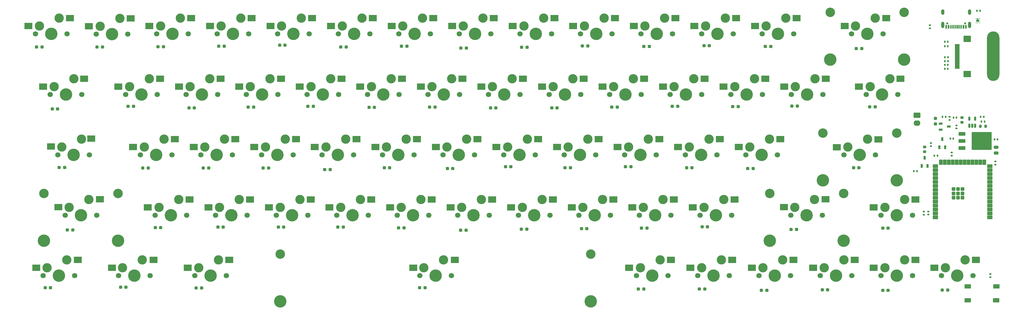
<source format=gbs>
%TF.GenerationSoftware,KiCad,Pcbnew,7.0.7*%
%TF.CreationDate,2023-12-10T00:54:24-06:00*%
%TF.ProjectId,Keyboard,4b657962-6f61-4726-942e-6b696361645f,rev?*%
%TF.SameCoordinates,Original*%
%TF.FileFunction,Soldermask,Bot*%
%TF.FilePolarity,Negative*%
%FSLAX46Y46*%
G04 Gerber Fmt 4.6, Leading zero omitted, Abs format (unit mm)*
G04 Created by KiCad (PCBNEW 7.0.7) date 2023-12-10 00:54:24*
%MOMM*%
%LPD*%
G01*
G04 APERTURE LIST*
G04 Aperture macros list*
%AMRoundRect*
0 Rectangle with rounded corners*
0 $1 Rounding radius*
0 $2 $3 $4 $5 $6 $7 $8 $9 X,Y pos of 4 corners*
0 Add a 4 corners polygon primitive as box body*
4,1,4,$2,$3,$4,$5,$6,$7,$8,$9,$2,$3,0*
0 Add four circle primitives for the rounded corners*
1,1,$1+$1,$2,$3*
1,1,$1+$1,$4,$5*
1,1,$1+$1,$6,$7*
1,1,$1+$1,$8,$9*
0 Add four rect primitives between the rounded corners*
20,1,$1+$1,$2,$3,$4,$5,0*
20,1,$1+$1,$4,$5,$6,$7,0*
20,1,$1+$1,$6,$7,$8,$9,0*
20,1,$1+$1,$8,$9,$2,$3,0*%
G04 Aperture macros list end*
%ADD10R,2.550000X2.000000*%
%ADD11C,1.700000*%
%ADD12C,3.000000*%
%ADD13C,4.000000*%
%ADD14C,3.050000*%
%ADD15O,4.000000X16.000000*%
%ADD16RoundRect,0.237500X0.287500X0.237500X-0.287500X0.237500X-0.287500X-0.237500X0.287500X-0.237500X0*%
%ADD17RoundRect,0.135000X-0.185000X0.135000X-0.185000X-0.135000X0.185000X-0.135000X0.185000X0.135000X0*%
%ADD18RoundRect,0.135000X0.135000X0.185000X-0.135000X0.185000X-0.135000X-0.185000X0.135000X-0.185000X0*%
%ADD19RoundRect,0.237500X0.237500X-0.287500X0.237500X0.287500X-0.237500X0.287500X-0.237500X-0.287500X0*%
%ADD20RoundRect,0.135000X0.185000X-0.135000X0.185000X0.135000X-0.185000X0.135000X-0.185000X-0.135000X0*%
%ADD21RoundRect,0.218750X0.256250X-0.218750X0.256250X0.218750X-0.256250X0.218750X-0.256250X-0.218750X0*%
%ADD22RoundRect,0.135000X-0.135000X-0.185000X0.135000X-0.185000X0.135000X0.185000X-0.135000X0.185000X0*%
%ADD23RoundRect,0.140000X-0.140000X-0.170000X0.140000X-0.170000X0.140000X0.170000X-0.140000X0.170000X0*%
%ADD24RoundRect,0.140000X0.170000X-0.140000X0.170000X0.140000X-0.170000X0.140000X-0.170000X-0.140000X0*%
%ADD25RoundRect,0.250000X-0.475000X0.250000X-0.475000X-0.250000X0.475000X-0.250000X0.475000X0.250000X0*%
%ADD26RoundRect,0.250000X-0.845000X0.620000X-0.845000X-0.620000X0.845000X-0.620000X0.845000X0.620000X0*%
%ADD27O,2.190000X1.740000*%
%ADD28R,2.100000X1.400000*%
%ADD29RoundRect,0.150000X0.150000X-0.512500X0.150000X0.512500X-0.150000X0.512500X-0.150000X-0.512500X0*%
%ADD30R,0.304800X0.254000*%
%ADD31R,0.304800X0.522199*%
%ADD32R,0.800000X1.200000*%
%ADD33R,1.200000X0.800000*%
%ADD34RoundRect,0.102000X-0.650000X0.150000X-0.650000X-0.150000X0.650000X-0.150000X0.650000X0.150000X0*%
%ADD35RoundRect,0.102000X-1.100000X0.900000X-1.100000X-0.900000X1.100000X-0.900000X1.100000X0.900000X0*%
%ADD36RoundRect,0.102000X-0.750000X-0.450000X0.750000X-0.450000X0.750000X0.450000X-0.750000X0.450000X0*%
%ADD37RoundRect,0.102000X-0.450000X-0.750000X0.450000X-0.750000X0.450000X0.750000X-0.450000X0.750000X0*%
%ADD38RoundRect,0.102000X-0.450000X-0.450000X0.450000X-0.450000X0.450000X0.450000X-0.450000X0.450000X0*%
%ADD39C,0.650000*%
%ADD40R,0.600000X1.240000*%
%ADD41R,0.300000X1.240000*%
%ADD42O,1.000000X1.800000*%
%ADD43O,1.000000X2.100000*%
%ADD44RoundRect,0.140000X0.140000X0.170000X-0.140000X0.170000X-0.140000X-0.170000X0.140000X-0.170000X0*%
%ADD45RoundRect,0.250000X-0.850000X-0.350000X0.850000X-0.350000X0.850000X0.350000X-0.850000X0.350000X0*%
%ADD46RoundRect,0.249997X-2.950003X-2.650003X2.950003X-2.650003X2.950003X2.650003X-2.950003X2.650003X0*%
%ADD47RoundRect,0.200000X-0.200000X-0.275000X0.200000X-0.275000X0.200000X0.275000X-0.200000X0.275000X0*%
G04 APERTURE END LIST*
G36*
X353209900Y-85345210D02*
G01*
X353578200Y-85345200D01*
X353578200Y-85954800D01*
X352536800Y-85954800D01*
X352536800Y-85345200D01*
X352905100Y-85345210D01*
X352905100Y-84823012D01*
X353209900Y-84823012D01*
X353209900Y-85345210D01*
G37*
D10*
X54610000Y-126238000D03*
D11*
X56752500Y-128900000D03*
D12*
X58022500Y-126360000D03*
D13*
X61832500Y-128900000D03*
D12*
X64372500Y-123820000D03*
D11*
X66912500Y-128900000D03*
D10*
X56933000Y-145796000D03*
X49821000Y-165354000D03*
D11*
X263602500Y-148400000D03*
D12*
X264872500Y-145860000D03*
D13*
X268682500Y-148400000D03*
D12*
X271222500Y-143320000D03*
D11*
X273762500Y-148400000D03*
D10*
X274697500Y-143320000D03*
X261272500Y-145860000D03*
D11*
X156502500Y-109400000D03*
D12*
X157772500Y-106860000D03*
D13*
X161582500Y-109400000D03*
D12*
X164122500Y-104320000D03*
D11*
X166662500Y-109400000D03*
D10*
X167597500Y-104320000D03*
X154172500Y-106860000D03*
D11*
X278365000Y-128900000D03*
D12*
X279635000Y-126360000D03*
D13*
X283445000Y-128900000D03*
D12*
X285985000Y-123820000D03*
D11*
X288525000Y-128900000D03*
D10*
X289460000Y-123820000D03*
X276035000Y-126360000D03*
D11*
X100852500Y-167900000D03*
D12*
X102122500Y-165360000D03*
D13*
X105932500Y-167900000D03*
D12*
X108472500Y-162820000D03*
D11*
X111012500Y-167900000D03*
X273502500Y-109400000D03*
D12*
X274772500Y-106860000D03*
D13*
X278582500Y-109400000D03*
D12*
X281122500Y-104320000D03*
D11*
X283662500Y-109400000D03*
D10*
X284597500Y-104320000D03*
X271172500Y-106860000D03*
D11*
X262840000Y-167900000D03*
D12*
X264110000Y-165360000D03*
D13*
X267920000Y-167900000D03*
D12*
X270460000Y-162820000D03*
D11*
X273000000Y-167900000D03*
D10*
X273935000Y-162820000D03*
X260510000Y-165360000D03*
X65278000Y-104394000D03*
D11*
X234515000Y-109400000D03*
D12*
X235785000Y-106860000D03*
D13*
X239595000Y-109400000D03*
D12*
X242135000Y-104320000D03*
D11*
X244675000Y-109400000D03*
D10*
X245610000Y-104320000D03*
X232185000Y-106860000D03*
X328168000Y-104394000D03*
D11*
X258840000Y-128900000D03*
D12*
X260110000Y-126360000D03*
D13*
X263920000Y-128900000D03*
D12*
X266460000Y-123820000D03*
D11*
X269000000Y-128900000D03*
D10*
X269935000Y-123820000D03*
X256510000Y-126360000D03*
X63246000Y-162814000D03*
D11*
X317092500Y-109400000D03*
D12*
X318362500Y-106860000D03*
D13*
X322172500Y-109400000D03*
D12*
X324712500Y-104320000D03*
D11*
X327252500Y-109400000D03*
X302340000Y-167900000D03*
D12*
X303610000Y-165360000D03*
D13*
X307420000Y-167900000D03*
D12*
X309960000Y-162820000D03*
D11*
X312500000Y-167900000D03*
D10*
X313435000Y-162820000D03*
X300010000Y-165360000D03*
D11*
X321852500Y-148400000D03*
D12*
X323122500Y-145860000D03*
D13*
X326932500Y-148400000D03*
D12*
X329472500Y-143320000D03*
D11*
X332012500Y-148400000D03*
D10*
X332947500Y-143320000D03*
X319522500Y-145860000D03*
D11*
X200352500Y-128900000D03*
D12*
X201622500Y-126360000D03*
D13*
X205432500Y-128900000D03*
D12*
X207972500Y-123820000D03*
D11*
X210512500Y-128900000D03*
D10*
X211447500Y-123820000D03*
X198022500Y-126360000D03*
D11*
X52002500Y-167900000D03*
D12*
X53272500Y-165360000D03*
D13*
X57082500Y-167900000D03*
D12*
X59622500Y-162820000D03*
D11*
X62162500Y-167900000D03*
X321865000Y-167900000D03*
D12*
X323135000Y-165360000D03*
D13*
X326945000Y-167900000D03*
D12*
X329485000Y-162820000D03*
D11*
X332025000Y-167900000D03*
D10*
X332960000Y-162820000D03*
X319535000Y-165360000D03*
D11*
X239365000Y-128900000D03*
D12*
X240635000Y-126360000D03*
D13*
X244445000Y-128900000D03*
D12*
X246985000Y-123820000D03*
D11*
X249525000Y-128900000D03*
D10*
X250460000Y-123820000D03*
X237035000Y-126360000D03*
D11*
X166615000Y-89900000D03*
D12*
X167885000Y-87360000D03*
D13*
X171695000Y-89900000D03*
D12*
X174235000Y-84820000D03*
D11*
X176775000Y-89900000D03*
D10*
X177710000Y-84820000D03*
X164285000Y-87360000D03*
D11*
X264090000Y-89900000D03*
D12*
X265360000Y-87360000D03*
D13*
X269170000Y-89900000D03*
D12*
X271710000Y-84820000D03*
D11*
X274250000Y-89900000D03*
D10*
X275185000Y-84820000D03*
X261760000Y-87360000D03*
D11*
X107615000Y-148400000D03*
D12*
X108885000Y-145860000D03*
D13*
X112695000Y-148400000D03*
D12*
X115235000Y-143320000D03*
D11*
X117775000Y-148400000D03*
D10*
X118710000Y-143320000D03*
X105285000Y-145860000D03*
D11*
X185590000Y-148400000D03*
D12*
X186860000Y-145860000D03*
D13*
X190670000Y-148400000D03*
D12*
X193210000Y-143320000D03*
D11*
X195750000Y-148400000D03*
D10*
X196685000Y-143320000D03*
X183260000Y-145860000D03*
D11*
X102865000Y-128900000D03*
D12*
X104135000Y-126360000D03*
D13*
X107945000Y-128900000D03*
D12*
X110485000Y-123820000D03*
D11*
X113025000Y-128900000D03*
D10*
X113960000Y-123820000D03*
X100535000Y-126360000D03*
D14*
X128432500Y-160900000D03*
D13*
X128432500Y-176140000D03*
D11*
X173352500Y-167900000D03*
D12*
X174622500Y-165360000D03*
D13*
X178432500Y-167900000D03*
D12*
X180972500Y-162820000D03*
D11*
X183512500Y-167900000D03*
D14*
X228432500Y-160900000D03*
D13*
X228432500Y-176140000D03*
D11*
X117527500Y-109400000D03*
D12*
X118797500Y-106860000D03*
D13*
X122607500Y-109400000D03*
D12*
X125147500Y-104320000D03*
D11*
X127687500Y-109400000D03*
D10*
X128622500Y-104320000D03*
X115197500Y-106860000D03*
D14*
X286032500Y-141400000D03*
D13*
X286032500Y-156640000D03*
D11*
X292852500Y-148400000D03*
D12*
X294122500Y-145860000D03*
D13*
X297932500Y-148400000D03*
D12*
X300472500Y-143320000D03*
D11*
X303012500Y-148400000D03*
D14*
X309832500Y-141400000D03*
D13*
X309832500Y-156640000D03*
D11*
X254002500Y-109400000D03*
D12*
X255272500Y-106860000D03*
D13*
X259082500Y-109400000D03*
D12*
X261622500Y-104320000D03*
D11*
X264162500Y-109400000D03*
D10*
X265097500Y-104320000D03*
X251672500Y-106860000D03*
D11*
X88090000Y-148400000D03*
D12*
X89360000Y-145860000D03*
D13*
X93170000Y-148400000D03*
D12*
X95710000Y-143320000D03*
D11*
X98250000Y-148400000D03*
D10*
X99185000Y-143320000D03*
X85760000Y-145860000D03*
X70358000Y-143256000D03*
X290613000Y-145796000D03*
D11*
X176002500Y-109400000D03*
D12*
X177272500Y-106860000D03*
D13*
X181082500Y-109400000D03*
D12*
X183622500Y-104320000D03*
D11*
X186162500Y-109400000D03*
D10*
X187097500Y-104320000D03*
X173672500Y-106860000D03*
D11*
X205090000Y-148400000D03*
D12*
X206360000Y-145860000D03*
D13*
X210170000Y-148400000D03*
D12*
X212710000Y-143320000D03*
D11*
X215250000Y-148400000D03*
D10*
X216185000Y-143320000D03*
X202760000Y-145860000D03*
X171233000Y-165354000D03*
D11*
X195502500Y-109400000D03*
D12*
X196772500Y-106860000D03*
D13*
X200582500Y-109400000D03*
D12*
X203122500Y-104320000D03*
D11*
X205662500Y-109400000D03*
D10*
X206597500Y-104320000D03*
X193172500Y-106860000D03*
X310171000Y-87376000D03*
X67564000Y-123698000D03*
D11*
X219852500Y-128900000D03*
D12*
X221122500Y-126360000D03*
D13*
X224932500Y-128900000D03*
D12*
X227472500Y-123820000D03*
D11*
X230012500Y-128900000D03*
D10*
X230947500Y-123820000D03*
X217522500Y-126360000D03*
D11*
X127115000Y-148400000D03*
D12*
X128385000Y-145860000D03*
D13*
X132195000Y-148400000D03*
D12*
X134735000Y-143320000D03*
D11*
X137275000Y-148400000D03*
D10*
X138210000Y-143320000D03*
X124785000Y-145860000D03*
D11*
X78602500Y-109400000D03*
D12*
X79872500Y-106860000D03*
D13*
X83682500Y-109400000D03*
D12*
X86222500Y-104320000D03*
D11*
X88762500Y-109400000D03*
D10*
X89697500Y-104320000D03*
X76272500Y-106860000D03*
D11*
X141840000Y-128900000D03*
D12*
X143110000Y-126360000D03*
D13*
X146920000Y-128900000D03*
D12*
X149460000Y-123820000D03*
D11*
X152000000Y-128900000D03*
D10*
X152935000Y-123820000D03*
X139510000Y-126360000D03*
D11*
X76352500Y-167900000D03*
D12*
X77622500Y-165360000D03*
D13*
X81432500Y-167900000D03*
D12*
X83972500Y-162820000D03*
D11*
X86512500Y-167900000D03*
X205615000Y-89900000D03*
D12*
X206885000Y-87360000D03*
D13*
X210695000Y-89900000D03*
D12*
X213235000Y-84820000D03*
D11*
X215775000Y-89900000D03*
D10*
X216710000Y-84820000D03*
X203285000Y-87360000D03*
D11*
X49612500Y-89880000D03*
D12*
X50882500Y-87340000D03*
D13*
X54692500Y-89880000D03*
D12*
X57232500Y-84800000D03*
D11*
X59772500Y-89880000D03*
D10*
X60707500Y-84800000D03*
X47282500Y-87340000D03*
D15*
X358000000Y-97050000D03*
D10*
X307631000Y-126492000D03*
X314743000Y-106934000D03*
D11*
X83340000Y-128900000D03*
D12*
X84610000Y-126360000D03*
D13*
X88420000Y-128900000D03*
D12*
X90960000Y-123820000D03*
D11*
X93500000Y-128900000D03*
D10*
X94435000Y-123820000D03*
X81010000Y-126360000D03*
D11*
X161352500Y-128900000D03*
D12*
X162622500Y-126360000D03*
D13*
X166432500Y-128900000D03*
D12*
X168972500Y-123820000D03*
D11*
X171512500Y-128900000D03*
D10*
X172447500Y-123820000D03*
X159022500Y-126360000D03*
D11*
X244102500Y-148400000D03*
D12*
X245372500Y-145860000D03*
D13*
X249182500Y-148400000D03*
D12*
X251722500Y-143320000D03*
D11*
X254262500Y-148400000D03*
D10*
X255197500Y-143320000D03*
X241772500Y-145860000D03*
D11*
X282615000Y-167900000D03*
D12*
X283885000Y-165360000D03*
D13*
X287695000Y-167900000D03*
D12*
X290235000Y-162820000D03*
D11*
X292775000Y-167900000D03*
D10*
X293710000Y-162820000D03*
X280285000Y-165360000D03*
X87630000Y-162814000D03*
X304038000Y-143256000D03*
X184658000Y-162814000D03*
D11*
X224602500Y-148400000D03*
D12*
X225872500Y-145860000D03*
D13*
X229682500Y-148400000D03*
D12*
X232222500Y-143320000D03*
D11*
X234762500Y-148400000D03*
D10*
X235697500Y-143320000D03*
X222272500Y-145860000D03*
D14*
X303132500Y-121900000D03*
D13*
X303132500Y-137140000D03*
D11*
X309952500Y-128900000D03*
D12*
X311222500Y-126360000D03*
D13*
X315032500Y-128900000D03*
D12*
X317572500Y-123820000D03*
D11*
X320112500Y-128900000D03*
D14*
X326932500Y-121900000D03*
D13*
X326932500Y-137140000D03*
D11*
X137015000Y-109400000D03*
D12*
X138285000Y-106860000D03*
D13*
X142095000Y-109400000D03*
D12*
X144635000Y-104320000D03*
D11*
X147175000Y-109400000D03*
D10*
X148110000Y-104320000D03*
X134685000Y-106860000D03*
D11*
X225090000Y-89900000D03*
D12*
X226360000Y-87360000D03*
D13*
X230170000Y-89900000D03*
D12*
X232710000Y-84820000D03*
D11*
X235250000Y-89900000D03*
D10*
X236185000Y-84820000D03*
X222760000Y-87360000D03*
D11*
X293015000Y-109400000D03*
D12*
X294285000Y-106860000D03*
D13*
X298095000Y-109400000D03*
D12*
X300635000Y-104320000D03*
D11*
X303175000Y-109400000D03*
D10*
X304110000Y-104320000D03*
X290685000Y-106860000D03*
D14*
X305532500Y-82900000D03*
D13*
X305532500Y-98140000D03*
D11*
X312352500Y-89900000D03*
D12*
X313622500Y-87360000D03*
D13*
X317432500Y-89900000D03*
D12*
X319972500Y-84820000D03*
D11*
X322512500Y-89900000D03*
D14*
X329332500Y-82900000D03*
D13*
X329332500Y-98140000D03*
D11*
X88602500Y-89900000D03*
D12*
X89872500Y-87360000D03*
D13*
X93682500Y-89900000D03*
D12*
X96222500Y-84820000D03*
D11*
X98762500Y-89900000D03*
D10*
X99697500Y-84820000D03*
X86272500Y-87360000D03*
D11*
X341365000Y-167900000D03*
D12*
X342635000Y-165360000D03*
D13*
X346445000Y-167900000D03*
D12*
X348985000Y-162820000D03*
D11*
X351525000Y-167900000D03*
D10*
X352460000Y-162820000D03*
X339035000Y-165360000D03*
D11*
X283615000Y-89900000D03*
D12*
X284885000Y-87360000D03*
D13*
X288695000Y-89900000D03*
D12*
X291235000Y-84820000D03*
D11*
X293775000Y-89900000D03*
D10*
X294710000Y-84820000D03*
X281285000Y-87360000D03*
X323596000Y-84836000D03*
D11*
X186090000Y-89900000D03*
D12*
X187360000Y-87360000D03*
D13*
X191170000Y-89900000D03*
D12*
X193710000Y-84820000D03*
D11*
X196250000Y-89900000D03*
D10*
X197185000Y-84820000D03*
X183760000Y-87360000D03*
D14*
X52332500Y-141400000D03*
D13*
X52332500Y-156640000D03*
D11*
X59152500Y-148400000D03*
D12*
X60422500Y-145860000D03*
D13*
X64232500Y-148400000D03*
D12*
X66772500Y-143320000D03*
D11*
X69312500Y-148400000D03*
D14*
X76132500Y-141400000D03*
D13*
X76132500Y-156640000D03*
D11*
X243115000Y-167900000D03*
D12*
X244385000Y-165360000D03*
D13*
X248195000Y-167900000D03*
D12*
X250735000Y-162820000D03*
D11*
X253275000Y-167900000D03*
D10*
X254210000Y-162820000D03*
X240785000Y-165360000D03*
D11*
X122365000Y-128900000D03*
D12*
X123635000Y-126360000D03*
D13*
X127445000Y-128900000D03*
D12*
X129985000Y-123820000D03*
D11*
X132525000Y-128900000D03*
D10*
X133460000Y-123820000D03*
X120035000Y-126360000D03*
D11*
X146590000Y-148400000D03*
D12*
X147860000Y-145860000D03*
D13*
X151670000Y-148400000D03*
D12*
X154210000Y-143320000D03*
D11*
X156750000Y-148400000D03*
D10*
X157685000Y-143320000D03*
X144260000Y-145860000D03*
X52070000Y-106934000D03*
D11*
X180852500Y-128900000D03*
D12*
X182122500Y-126360000D03*
D13*
X185932500Y-128900000D03*
D12*
X188472500Y-123820000D03*
D11*
X191012500Y-128900000D03*
D10*
X191947500Y-123820000D03*
X178522500Y-126360000D03*
D11*
X98102500Y-109400000D03*
D12*
X99372500Y-106860000D03*
D13*
X103182500Y-109400000D03*
D12*
X105722500Y-104320000D03*
D11*
X108262500Y-109400000D03*
D10*
X109197500Y-104320000D03*
X95772500Y-106860000D03*
D11*
X127590000Y-89900000D03*
D12*
X128860000Y-87360000D03*
D13*
X132670000Y-89900000D03*
D12*
X135210000Y-84820000D03*
D11*
X137750000Y-89900000D03*
D10*
X138685000Y-84820000D03*
X125260000Y-87360000D03*
X98589000Y-165354000D03*
D11*
X166090000Y-148400000D03*
D12*
X167360000Y-145860000D03*
D13*
X171170000Y-148400000D03*
D12*
X173710000Y-143320000D03*
D11*
X176250000Y-148400000D03*
D10*
X177185000Y-143320000D03*
X163760000Y-145860000D03*
D11*
X215027500Y-109400000D03*
D12*
X216297500Y-106860000D03*
D13*
X220107500Y-109400000D03*
D12*
X222647500Y-104320000D03*
D11*
X225187500Y-109400000D03*
D10*
X226122500Y-104320000D03*
X212697500Y-106860000D03*
X74205000Y-165354000D03*
X112014000Y-162814000D03*
D11*
X244590000Y-89900000D03*
D12*
X245860000Y-87360000D03*
D13*
X249670000Y-89900000D03*
D12*
X252210000Y-84820000D03*
D11*
X254750000Y-89900000D03*
D10*
X255685000Y-84820000D03*
X242260000Y-87360000D03*
D11*
X69115000Y-89925000D03*
D12*
X70385000Y-87385000D03*
D13*
X74195000Y-89925000D03*
D12*
X76735000Y-84845000D03*
D11*
X79275000Y-89925000D03*
D10*
X80210000Y-84845000D03*
X66785000Y-87385000D03*
D11*
X108102500Y-89900000D03*
D12*
X109372500Y-87360000D03*
D13*
X113182500Y-89900000D03*
D12*
X115722500Y-84820000D03*
D11*
X118262500Y-89900000D03*
D10*
X119197500Y-84820000D03*
X105772500Y-87360000D03*
D11*
X147115000Y-89900000D03*
D12*
X148385000Y-87360000D03*
D13*
X152195000Y-89900000D03*
D12*
X154735000Y-84820000D03*
D11*
X157275000Y-89900000D03*
D10*
X158210000Y-84820000D03*
X144785000Y-87360000D03*
X321056000Y-123952000D03*
D11*
X54352500Y-109400000D03*
D12*
X55622500Y-106860000D03*
D13*
X59432500Y-109400000D03*
D12*
X61972500Y-104320000D03*
D11*
X64512500Y-109400000D03*
D16*
X56732500Y-114095000D03*
X54982500Y-114095000D03*
X324177500Y-172640000D03*
X322427500Y-172640000D03*
X54427500Y-171790000D03*
X52677500Y-171790000D03*
X188227500Y-153190000D03*
X186477500Y-153190000D03*
X124652500Y-133140000D03*
X122902500Y-133140000D03*
X51677500Y-94115000D03*
X49927500Y-94115000D03*
D17*
X337932500Y-125140000D03*
X337932500Y-126160000D03*
D16*
X241327500Y-132715000D03*
X239577500Y-132715000D03*
X256412500Y-113290000D03*
X254662500Y-113290000D03*
X294962500Y-113150000D03*
X293212500Y-113150000D03*
X217587500Y-113740000D03*
X215837500Y-113740000D03*
X261027500Y-133065000D03*
X259277500Y-133065000D03*
X245502500Y-172165000D03*
X243752500Y-172165000D03*
X168277500Y-152465000D03*
X166527500Y-152465000D03*
X207877500Y-94240000D03*
X206127500Y-94240000D03*
X236912500Y-113515000D03*
X235162500Y-113515000D03*
D18*
X340092500Y-129150000D03*
X339072500Y-129150000D03*
D16*
X58952500Y-133015000D03*
X57202500Y-133015000D03*
X343352500Y-172515000D03*
X341602500Y-172515000D03*
X149627500Y-94115000D03*
X147877500Y-94115000D03*
D19*
X339432500Y-118925000D03*
X339432500Y-117175000D03*
D20*
X357100000Y-168360000D03*
X357100000Y-167340000D03*
D21*
X347982500Y-118437500D03*
X347982500Y-116862500D03*
D16*
X315652500Y-94590000D03*
X313902500Y-94590000D03*
D22*
X352797500Y-82400000D03*
X353817500Y-82400000D03*
D16*
X119837500Y-113515000D03*
X118087500Y-113515000D03*
D17*
X358725000Y-131040000D03*
X358725000Y-132060000D03*
D16*
X286402500Y-93940000D03*
X284652500Y-93940000D03*
X314802500Y-133065000D03*
X313052500Y-133065000D03*
X90827500Y-93990000D03*
X89077500Y-93990000D03*
D23*
X358432500Y-123900000D03*
X359392500Y-123900000D03*
D16*
X227152500Y-152715000D03*
X225402500Y-152715000D03*
X227452500Y-93815000D03*
X225702500Y-93815000D03*
X247252500Y-93940000D03*
X245502500Y-93940000D03*
X148702500Y-152215000D03*
X146952500Y-152215000D03*
X266602500Y-93690000D03*
X264852500Y-93690000D03*
D24*
X346182500Y-120380000D03*
X346182500Y-119420000D03*
D18*
X355242500Y-118150000D03*
X354222500Y-118150000D03*
D25*
X358932500Y-126450000D03*
X358932500Y-128350000D03*
D26*
X333452500Y-116130000D03*
D27*
X333452500Y-118670000D03*
D28*
X358925000Y-175800000D03*
X349825000Y-175800000D03*
X349825000Y-171300000D03*
X359025000Y-171300000D03*
D16*
X89927500Y-152340000D03*
X88177500Y-152340000D03*
X61607500Y-153170000D03*
X59857500Y-153170000D03*
X280702500Y-133315000D03*
X278952500Y-133315000D03*
X169202500Y-93865000D03*
X167452500Y-93865000D03*
X304727500Y-172390000D03*
X302977500Y-172390000D03*
D17*
X344682500Y-128140000D03*
X344682500Y-129160000D03*
D16*
X178287500Y-113515000D03*
X176537500Y-113515000D03*
D29*
X352182500Y-119537500D03*
X351232500Y-119537500D03*
X350282500Y-119537500D03*
X350282500Y-117262500D03*
X352182500Y-117262500D03*
D30*
X352507501Y-84949999D03*
D31*
X353057500Y-85084111D03*
D30*
X353607499Y-84949999D03*
X353607499Y-86350001D03*
X353057500Y-86350001D03*
X352507501Y-86350001D03*
D16*
X144502500Y-133615000D03*
X142752500Y-133615000D03*
X246527500Y-152515000D03*
X244777500Y-152515000D03*
D32*
X341582500Y-123850000D03*
X342532500Y-126450000D03*
X340632500Y-126450000D03*
D16*
X103052500Y-171865000D03*
X101302500Y-171865000D03*
D33*
X343732500Y-119800000D03*
X341132500Y-120750000D03*
X341132500Y-118850000D03*
D17*
X343932500Y-116640000D03*
X343932500Y-117660000D03*
D16*
X221877500Y-133065000D03*
X220127500Y-133065000D03*
X129952500Y-93515000D03*
X128202500Y-93515000D03*
D20*
X337600000Y-88110000D03*
X337600000Y-87090000D03*
D32*
X335932500Y-129850000D03*
X336882500Y-132450000D03*
X334982500Y-132450000D03*
D22*
X342422500Y-97400000D03*
X343442500Y-97400000D03*
D16*
X139062500Y-113265000D03*
X137312500Y-113265000D03*
X129527500Y-152215000D03*
X127777500Y-152215000D03*
X266027500Y-152140000D03*
X264277500Y-152140000D03*
D23*
X345202500Y-116900000D03*
X346162500Y-116900000D03*
D16*
X202677500Y-132715000D03*
X200927500Y-132715000D03*
X85877500Y-133140000D03*
X84127500Y-133140000D03*
D18*
X354992500Y-116650000D03*
X353972500Y-116650000D03*
D16*
X158737500Y-113615000D03*
X156987500Y-113615000D03*
X110052500Y-152215000D03*
X108302500Y-152215000D03*
X324177500Y-152515000D03*
X322427500Y-152515000D03*
D18*
X343442500Y-98650000D03*
X342422500Y-98650000D03*
D16*
X110377500Y-93865000D03*
X108627500Y-93865000D03*
D20*
X335682500Y-148185000D03*
X335682500Y-147165000D03*
D16*
X175052500Y-171790000D03*
X173302500Y-171790000D03*
X207827500Y-152840000D03*
X206077500Y-152840000D03*
D24*
X337082500Y-148150000D03*
X337082500Y-147190000D03*
D16*
X275887500Y-113315000D03*
X274137500Y-113315000D03*
D34*
X346432500Y-93400000D03*
X346432500Y-93900000D03*
X346432500Y-94400000D03*
X346432500Y-94900000D03*
X346432500Y-95400000D03*
X346432500Y-95900000D03*
X346432500Y-96400000D03*
X346432500Y-96900000D03*
X346432500Y-97400000D03*
X346432500Y-97900000D03*
X346432500Y-98400000D03*
X346432500Y-98900000D03*
X346432500Y-99400000D03*
X346432500Y-99900000D03*
X346432500Y-100400000D03*
X346432500Y-100900000D03*
D35*
X349682500Y-91500000D03*
X349682500Y-102800000D03*
D36*
X339432500Y-149070000D03*
X339432500Y-147800000D03*
X339432500Y-146530000D03*
X339432500Y-145260000D03*
X339432500Y-143990000D03*
X339432500Y-142720000D03*
X339432500Y-141450000D03*
X339432500Y-140180000D03*
X339432500Y-138910000D03*
X339432500Y-137640000D03*
X339432500Y-136370000D03*
X339432500Y-135100000D03*
X339432500Y-133830000D03*
X339432500Y-132560000D03*
D37*
X341197500Y-131310000D03*
X342467500Y-131310000D03*
X343737500Y-131310000D03*
X345007500Y-131310000D03*
X346277500Y-131310000D03*
X347547500Y-131310000D03*
X348817500Y-131310000D03*
X350087500Y-131310000D03*
X351357500Y-131310000D03*
X352627500Y-131310000D03*
X353897500Y-131310000D03*
X355167500Y-131310000D03*
D36*
X356932500Y-132560000D03*
X356932500Y-133830000D03*
X356932500Y-135100000D03*
X356932500Y-136370000D03*
X356932500Y-137640000D03*
X356932500Y-138910000D03*
X356932500Y-140180000D03*
X356932500Y-141450000D03*
X356932500Y-142720000D03*
X356932500Y-143990000D03*
X356932500Y-145260000D03*
X356932500Y-146530000D03*
X356932500Y-147800000D03*
X356932500Y-149070000D03*
D38*
X346682500Y-141350000D03*
X345282500Y-141350000D03*
X348082500Y-141350000D03*
X345282500Y-139950000D03*
X346682500Y-139950000D03*
X348082500Y-139950000D03*
X345282500Y-142750000D03*
X346682500Y-142750000D03*
X348082500Y-142750000D03*
D16*
X71152500Y-94115000D03*
X69402500Y-94115000D03*
X105352500Y-133140000D03*
X103602500Y-133140000D03*
D39*
X343167500Y-86505000D03*
X348947500Y-86505000D03*
D40*
X342857500Y-87625000D03*
X343657500Y-87625000D03*
D41*
X344807500Y-87625000D03*
X345807500Y-87625000D03*
X346307500Y-87625000D03*
X347307500Y-87625000D03*
D40*
X348457500Y-87625000D03*
X349257500Y-87625000D03*
X349257500Y-87625000D03*
X348457500Y-87625000D03*
D41*
X347807500Y-87625000D03*
X346807500Y-87625000D03*
X345307500Y-87625000D03*
X344307500Y-87625000D03*
D40*
X343657500Y-87625000D03*
X342857500Y-87625000D03*
D42*
X341737500Y-82825000D03*
D43*
X341737500Y-87025000D03*
D42*
X350377500Y-82825000D03*
D43*
X350377500Y-87025000D03*
D44*
X343412500Y-92400000D03*
X342452500Y-92400000D03*
X343412500Y-101150000D03*
X342452500Y-101150000D03*
X343412500Y-93900000D03*
X342452500Y-93900000D03*
D16*
X81152500Y-113265000D03*
X79402500Y-113265000D03*
X78727500Y-171590000D03*
X76977500Y-171590000D03*
X265127500Y-172165000D03*
X263377500Y-172165000D03*
X320017500Y-113440000D03*
X318267500Y-113440000D03*
X188352500Y-94465000D03*
X186602500Y-94465000D03*
D18*
X333442500Y-134150000D03*
X332422500Y-134150000D03*
D16*
X197862500Y-113740000D03*
X196112500Y-113740000D03*
X100742500Y-113740000D03*
X98992500Y-113740000D03*
D44*
X343412500Y-99900000D03*
X342452500Y-99900000D03*
D16*
X285127500Y-172590000D03*
X283377500Y-172590000D03*
D45*
X347982500Y-126680000D03*
X347982500Y-124400000D03*
D46*
X354282500Y-124400000D03*
D45*
X347982500Y-122120000D03*
D18*
X342692500Y-116650000D03*
X341672500Y-116650000D03*
D16*
X294682500Y-152970000D03*
X292932500Y-152970000D03*
X183977500Y-133315000D03*
X182227500Y-133315000D03*
D47*
X353907500Y-119650000D03*
X355557500Y-119650000D03*
D44*
X345162500Y-123650000D03*
X344202500Y-123650000D03*
D16*
X163652500Y-133065000D03*
X161902500Y-133065000D03*
D21*
X335932500Y-127937500D03*
X335932500Y-126362500D03*
M02*

</source>
